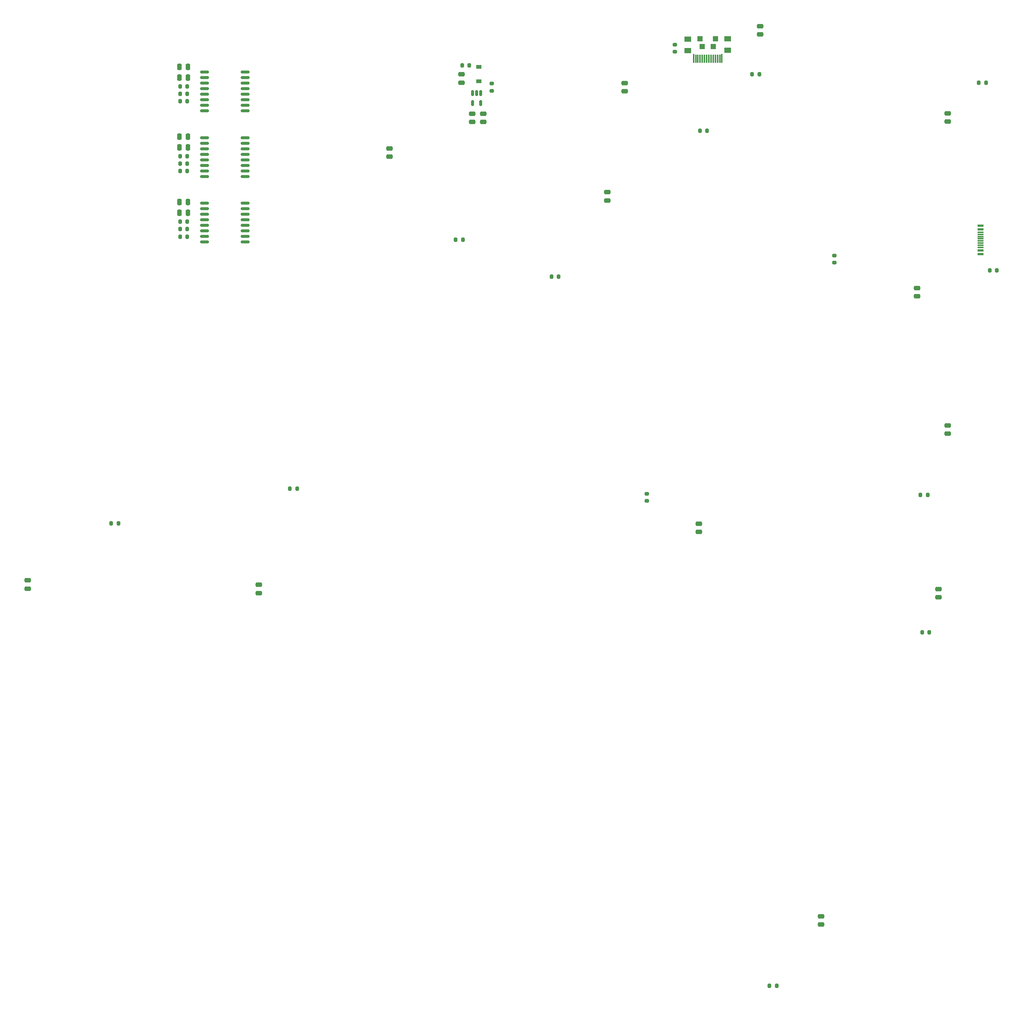
<source format=gbp>
%TF.GenerationSoftware,KiCad,Pcbnew,(6.0.4)*%
%TF.CreationDate,2022-05-26T23:50:18-07:00*%
%TF.ProjectId,bot_L,626f745f-4c2e-46b6-9963-61645f706362,rev?*%
%TF.SameCoordinates,Original*%
%TF.FileFunction,Paste,Bot*%
%TF.FilePolarity,Positive*%
%FSLAX46Y46*%
G04 Gerber Fmt 4.6, Leading zero omitted, Abs format (unit mm)*
G04 Created by KiCad (PCBNEW (6.0.4)) date 2022-05-26 23:50:18*
%MOMM*%
%LPD*%
G01*
G04 APERTURE LIST*
G04 Aperture macros list*
%AMRoundRect*
0 Rectangle with rounded corners*
0 $1 Rounding radius*
0 $2 $3 $4 $5 $6 $7 $8 $9 X,Y pos of 4 corners*
0 Add a 4 corners polygon primitive as box body*
4,1,4,$2,$3,$4,$5,$6,$7,$8,$9,$2,$3,0*
0 Add four circle primitives for the rounded corners*
1,1,$1+$1,$2,$3*
1,1,$1+$1,$4,$5*
1,1,$1+$1,$6,$7*
1,1,$1+$1,$8,$9*
0 Add four rect primitives between the rounded corners*
20,1,$1+$1,$2,$3,$4,$5,0*
20,1,$1+$1,$4,$5,$6,$7,0*
20,1,$1+$1,$6,$7,$8,$9,0*
20,1,$1+$1,$8,$9,$2,$3,0*%
G04 Aperture macros list end*
%ADD10RoundRect,0.150000X0.875000X0.150000X-0.875000X0.150000X-0.875000X-0.150000X0.875000X-0.150000X0*%
%ADD11RoundRect,0.200000X0.275000X-0.200000X0.275000X0.200000X-0.275000X0.200000X-0.275000X-0.200000X0*%
%ADD12RoundRect,0.200000X0.200000X0.275000X-0.200000X0.275000X-0.200000X-0.275000X0.200000X-0.275000X0*%
%ADD13RoundRect,0.150000X-0.150000X0.512500X-0.150000X-0.512500X0.150000X-0.512500X0.150000X0.512500X0*%
%ADD14RoundRect,0.250000X0.475000X-0.250000X0.475000X0.250000X-0.475000X0.250000X-0.475000X-0.250000X0*%
%ADD15R,0.400000X1.825000*%
%ADD16R,1.200000X1.200000*%
%ADD17R,1.500000X1.200000*%
%ADD18R,0.400000X2.012500*%
%ADD19RoundRect,0.200000X-0.200000X-0.275000X0.200000X-0.275000X0.200000X0.275000X-0.200000X0.275000X0*%
%ADD20RoundRect,0.250000X0.250000X0.475000X-0.250000X0.475000X-0.250000X-0.475000X0.250000X-0.475000X0*%
%ADD21RoundRect,0.250000X-0.475000X0.250000X-0.475000X-0.250000X0.475000X-0.250000X0.475000X0.250000X0*%
%ADD22R,1.200000X0.900000*%
%ADD23R,1.450000X0.600000*%
%ADD24R,1.450000X0.300000*%
G04 APERTURE END LIST*
D10*
%TO.C,U2*%
X118900000Y-31555000D03*
X118900000Y-32825000D03*
X118900000Y-34095000D03*
X118900000Y-35365000D03*
X118900000Y-36635000D03*
X118900000Y-37905000D03*
X118900000Y-39175000D03*
X118900000Y-40445000D03*
X109600000Y-40445000D03*
X109600000Y-39175000D03*
X109600000Y-37905000D03*
X109600000Y-36635000D03*
X109600000Y-35365000D03*
X109600000Y-34095000D03*
X109600000Y-32825000D03*
X109600000Y-31555000D03*
%TD*%
D11*
%TO.C,R14*%
X175500000Y-35825000D03*
X175500000Y-34175000D03*
%TD*%
D12*
%TO.C,R15*%
X170325000Y-30000000D03*
X168675000Y-30000000D03*
%TD*%
D13*
%TO.C,U1*%
X171050000Y-36362500D03*
X172000000Y-36362500D03*
X172950000Y-36362500D03*
X172950000Y-38637500D03*
X171050000Y-38637500D03*
%TD*%
D14*
%TO.C,C5*%
X122000000Y-150950000D03*
X122000000Y-149050000D03*
%TD*%
%TO.C,C12*%
X223000000Y-136950000D03*
X223000000Y-135050000D03*
%TD*%
%TO.C,C9*%
X69000000Y-149950000D03*
X69000000Y-148050000D03*
%TD*%
D15*
%TO.C,P1*%
X227750000Y-28450000D03*
X226250000Y-28450000D03*
X225750000Y-28450000D03*
X225250000Y-28450000D03*
X224750000Y-28450000D03*
X223250000Y-28450000D03*
X222750000Y-28450000D03*
X222250000Y-28450000D03*
X223750000Y-28450000D03*
X224250000Y-28450000D03*
X226750000Y-28450000D03*
X227250000Y-28450000D03*
D16*
X226750000Y-23900000D03*
D17*
X220450000Y-23950000D03*
D16*
X223750000Y-25650000D03*
X223250000Y-23900000D03*
D18*
X221750000Y-28350000D03*
X228250000Y-28356250D03*
D16*
X226250000Y-25650000D03*
D17*
X229550000Y-26550000D03*
X229550000Y-23900000D03*
X220450000Y-26600000D03*
%TD*%
D19*
%TO.C,R19*%
X104000000Y-54250000D03*
X105650000Y-54250000D03*
%TD*%
D20*
%TO.C,C16*%
X105775000Y-32800000D03*
X103875000Y-32800000D03*
%TD*%
D12*
%TO.C,R21*%
X105650000Y-50800000D03*
X104000000Y-50800000D03*
%TD*%
%TO.C,R20*%
X105650000Y-65800000D03*
X104000000Y-65800000D03*
%TD*%
D10*
%TO.C,U3*%
X118900000Y-61555000D03*
X118900000Y-62825000D03*
X118900000Y-64095000D03*
X118900000Y-65365000D03*
X118900000Y-66635000D03*
X118900000Y-67905000D03*
X118900000Y-69175000D03*
X118900000Y-70445000D03*
X109600000Y-70445000D03*
X109600000Y-69175000D03*
X109600000Y-67905000D03*
X109600000Y-66635000D03*
X109600000Y-65365000D03*
X109600000Y-64095000D03*
X109600000Y-62825000D03*
X109600000Y-61555000D03*
%TD*%
D21*
%TO.C,C13*%
X173500000Y-41050000D03*
X173500000Y-42950000D03*
%TD*%
%TO.C,C14*%
X171000000Y-41050000D03*
X171000000Y-42950000D03*
%TD*%
D14*
%TO.C,C7*%
X273000000Y-82950000D03*
X273000000Y-81050000D03*
%TD*%
%TO.C,C8*%
X251000000Y-226950000D03*
X251000000Y-225050000D03*
%TD*%
%TO.C,C2*%
X280000000Y-114450000D03*
X280000000Y-112550000D03*
%TD*%
D12*
%TO.C,R7*%
X168825000Y-70000000D03*
X167175000Y-70000000D03*
%TD*%
D20*
%TO.C,C20*%
X105775000Y-63800000D03*
X103875000Y-63800000D03*
%TD*%
D12*
%TO.C,R10*%
X288825000Y-34000000D03*
X287175000Y-34000000D03*
%TD*%
D20*
%TO.C,C19*%
X105775000Y-46300000D03*
X103875000Y-46300000D03*
%TD*%
D12*
%TO.C,R5*%
X130825000Y-127000000D03*
X129175000Y-127000000D03*
%TD*%
D11*
%TO.C,R11*%
X254000000Y-75234092D03*
X254000000Y-73584092D03*
%TD*%
D12*
%TO.C,R9*%
X224825000Y-45000000D03*
X223175000Y-45000000D03*
%TD*%
D22*
%TO.C,D13*%
X172500000Y-33650000D03*
X172500000Y-30350000D03*
%TD*%
D19*
%TO.C,R24*%
X104000000Y-38250000D03*
X105650000Y-38250000D03*
%TD*%
D11*
%TO.C,R4*%
X211000000Y-129825000D03*
X211000000Y-128175000D03*
%TD*%
D23*
%TO.C,J1*%
X287585000Y-66750000D03*
X287585000Y-67550000D03*
D24*
X287585000Y-68750000D03*
X287585000Y-69750000D03*
X287585000Y-70250000D03*
X287585000Y-71250000D03*
D23*
X287585000Y-72450000D03*
X287585000Y-73250000D03*
X287585000Y-73250000D03*
X287585000Y-72450000D03*
D24*
X287585000Y-71750000D03*
X287585000Y-70750000D03*
X287585000Y-69250000D03*
X287585000Y-68250000D03*
D23*
X287585000Y-67550000D03*
X287585000Y-66750000D03*
%TD*%
D14*
%TO.C,C10*%
X280000000Y-42900000D03*
X280000000Y-41000000D03*
%TD*%
D10*
%TO.C,U4*%
X118900000Y-46555000D03*
X118900000Y-47825000D03*
X118900000Y-49095000D03*
X118900000Y-50365000D03*
X118900000Y-51635000D03*
X118900000Y-52905000D03*
X118900000Y-54175000D03*
X118900000Y-55445000D03*
X109600000Y-55445000D03*
X109600000Y-54175000D03*
X109600000Y-52905000D03*
X109600000Y-51635000D03*
X109600000Y-50365000D03*
X109600000Y-49095000D03*
X109600000Y-47825000D03*
X109600000Y-46555000D03*
%TD*%
D12*
%TO.C,R8*%
X190825000Y-78400000D03*
X189175000Y-78400000D03*
%TD*%
D14*
%TO.C,C6*%
X205950000Y-35950000D03*
X205950000Y-34050000D03*
%TD*%
D19*
%TO.C,R18*%
X104000000Y-52500000D03*
X105650000Y-52500000D03*
%TD*%
%TO.C,R16*%
X289675000Y-77000000D03*
X291325000Y-77000000D03*
%TD*%
D12*
%TO.C,R3*%
X240825000Y-241000000D03*
X239175000Y-241000000D03*
%TD*%
%TO.C,R17*%
X105650000Y-34800000D03*
X104000000Y-34800000D03*
%TD*%
D19*
%TO.C,R23*%
X104000000Y-36500000D03*
X105650000Y-36500000D03*
%TD*%
D12*
%TO.C,R6*%
X89825000Y-135000000D03*
X88175000Y-135000000D03*
%TD*%
D20*
%TO.C,C18*%
X105775000Y-48800000D03*
X103875000Y-48800000D03*
%TD*%
D12*
%TO.C,R13*%
X236825000Y-32000000D03*
X235175000Y-32000000D03*
%TD*%
%TO.C,R2*%
X275825000Y-160000000D03*
X274175000Y-160000000D03*
%TD*%
D19*
%TO.C,R22*%
X104000000Y-67500000D03*
X105650000Y-67500000D03*
%TD*%
D14*
%TO.C,C4*%
X152000000Y-50950000D03*
X152000000Y-49050000D03*
%TD*%
%TO.C,C11*%
X237000000Y-22900000D03*
X237000000Y-21000000D03*
%TD*%
%TO.C,C3*%
X277950000Y-151950000D03*
X277950000Y-150050000D03*
%TD*%
%TO.C,C15*%
X168500000Y-33950000D03*
X168500000Y-32050000D03*
%TD*%
D19*
%TO.C,R25*%
X104000000Y-69250000D03*
X105650000Y-69250000D03*
%TD*%
D12*
%TO.C,R12*%
X275422730Y-128500000D03*
X273772730Y-128500000D03*
%TD*%
D14*
%TO.C,C1*%
X202000000Y-60950000D03*
X202000000Y-59050000D03*
%TD*%
D11*
%TO.C,R1*%
X217500000Y-26885000D03*
X217500000Y-25235000D03*
%TD*%
D20*
%TO.C,C17*%
X105775000Y-30300000D03*
X103875000Y-30300000D03*
%TD*%
%TO.C,C21*%
X105775000Y-61300000D03*
X103875000Y-61300000D03*
%TD*%
M02*

</source>
